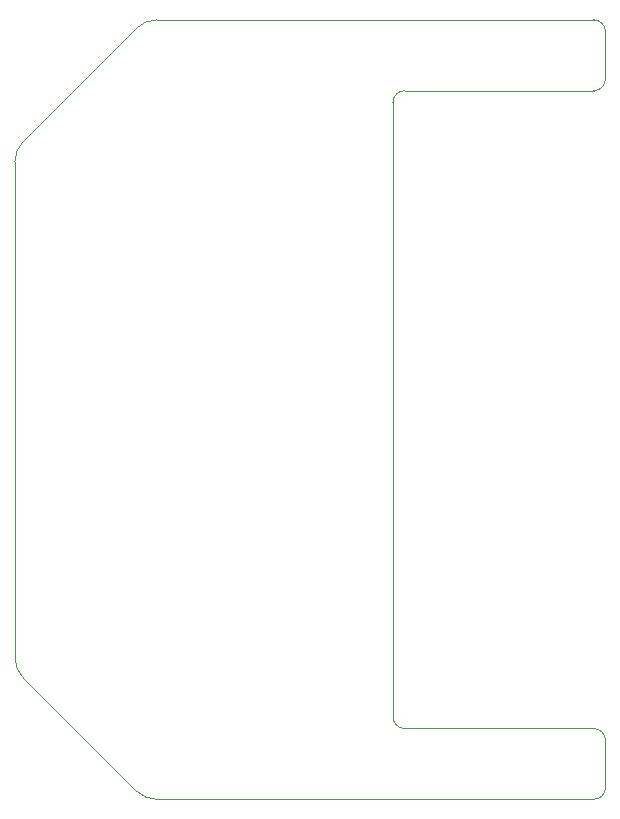
<source format=gbr>
%TF.GenerationSoftware,Altium Limited,Altium Designer,24.10.1 (45)*%
G04 Layer_Color=0*
%FSLAX45Y45*%
%MOMM*%
%TF.SameCoordinates,5FB93C32-CF51-4A86-A7AC-1E4FFFE00694*%
%TF.FilePolarity,Positive*%
%TF.FileFunction,Profile,NP*%
%TF.Part,Single*%
G01*
G75*
%TA.AperFunction,Profile*%
%ADD44C,0.02540*%
D44*
X1199994Y0D02*
X4899999Y-0D01*
D02*
G03*
X4999991Y99991I0J99992D01*
G01*
X4999996Y500004D01*
D02*
G03*
X4900001Y600000I-99984J1D01*
G01*
X3300000D01*
D02*
G02*
X3200000Y700000I-10J99989D01*
G01*
Y5900000D01*
D02*
G02*
X3300000Y6000000I99989J-0D01*
G01*
X4900000D01*
D02*
G03*
X5000000Y6100000I0J99988D01*
G01*
Y6500000D01*
D02*
G03*
X4900000Y6600000I-99988J0D01*
G01*
X1200000D01*
D02*
G03*
X1029288Y6529289I-26J-241345D01*
G01*
X70711Y5570710D01*
D02*
G03*
X-0Y5400051I170584J-170658D01*
G01*
Y1199999D01*
D02*
G03*
X70709Y1029287I241384J-19D01*
G01*
X1029289Y70711D01*
D02*
G03*
X1199994Y0I170711J170711D01*
G01*
%TF.MD5,c8982c1c5149810cd76dc38eb1c09a10*%
M02*

</source>
